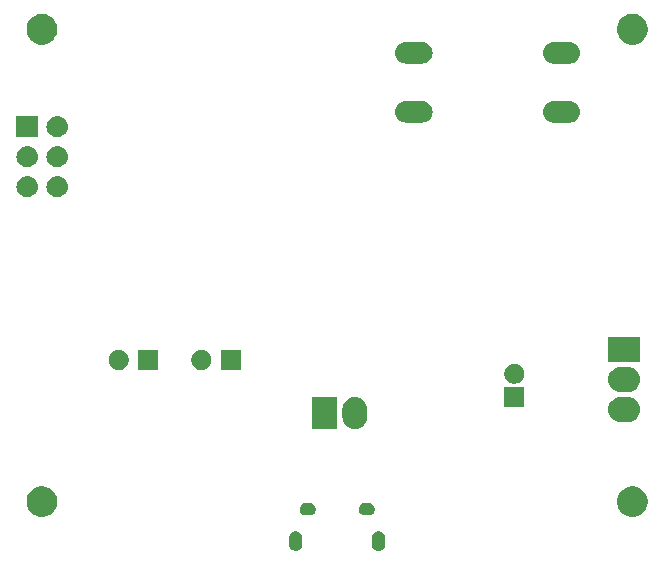
<source format=gbr>
G04 #@! TF.GenerationSoftware,KiCad,Pcbnew,5.0.1*
G04 #@! TF.CreationDate,2018-11-13T22:10:38+00:00*
G04 #@! TF.ProjectId,ESP8266-WS2812B,455350383236362D575332383132422E,rev?*
G04 #@! TF.SameCoordinates,Original*
G04 #@! TF.FileFunction,Soldermask,Bot*
G04 #@! TF.FilePolarity,Negative*
%FSLAX46Y46*%
G04 Gerber Fmt 4.6, Leading zero omitted, Abs format (unit mm)*
G04 Created by KiCad (PCBNEW 5.0.1) date Tue 13 Nov 2018 22:10:38 GMT*
%MOMM*%
%LPD*%
G01*
G04 APERTURE LIST*
%ADD10C,0.100000*%
G04 APERTURE END LIST*
D10*
G36*
X133608014Y-147531973D02*
X133711878Y-147563479D01*
X133807600Y-147614644D01*
X133891501Y-147683499D01*
X133960356Y-147767400D01*
X134011521Y-147863121D01*
X134043027Y-147966985D01*
X134051000Y-148047933D01*
X134051000Y-148652067D01*
X134043027Y-148733015D01*
X134011521Y-148836879D01*
X133960356Y-148932600D01*
X133891501Y-149016501D01*
X133807600Y-149085356D01*
X133711879Y-149136521D01*
X133608015Y-149168027D01*
X133500000Y-149178666D01*
X133391986Y-149168027D01*
X133288122Y-149136521D01*
X133192401Y-149085356D01*
X133108500Y-149016501D01*
X133039645Y-148932600D01*
X132988480Y-148836879D01*
X132956973Y-148733015D01*
X132949000Y-148652067D01*
X132949000Y-148047934D01*
X132956973Y-147966986D01*
X132988479Y-147863122D01*
X133039644Y-147767400D01*
X133108499Y-147683499D01*
X133192400Y-147614644D01*
X133288121Y-147563479D01*
X133391985Y-147531973D01*
X133500000Y-147521334D01*
X133608014Y-147531973D01*
X133608014Y-147531973D01*
G37*
G36*
X126608014Y-147531973D02*
X126711878Y-147563479D01*
X126807600Y-147614644D01*
X126891501Y-147683499D01*
X126960356Y-147767400D01*
X127011521Y-147863121D01*
X127043027Y-147966985D01*
X127051000Y-148047933D01*
X127051000Y-148652067D01*
X127043027Y-148733015D01*
X127011521Y-148836879D01*
X126960356Y-148932600D01*
X126891501Y-149016501D01*
X126807600Y-149085356D01*
X126711879Y-149136521D01*
X126608015Y-149168027D01*
X126500000Y-149178666D01*
X126391986Y-149168027D01*
X126288122Y-149136521D01*
X126192401Y-149085356D01*
X126108500Y-149016501D01*
X126039645Y-148932600D01*
X125988480Y-148836879D01*
X125956973Y-148733015D01*
X125949000Y-148652067D01*
X125949000Y-148047934D01*
X125956973Y-147966986D01*
X125988479Y-147863122D01*
X126039644Y-147767400D01*
X126108499Y-147683499D01*
X126192400Y-147614644D01*
X126288121Y-147563479D01*
X126391985Y-147531973D01*
X126500000Y-147521334D01*
X126608014Y-147531973D01*
X126608014Y-147531973D01*
G37*
G36*
X155379485Y-143748996D02*
X155379487Y-143748997D01*
X155379488Y-143748997D01*
X155616255Y-143847069D01*
X155829342Y-143989449D01*
X156010551Y-144170658D01*
X156152931Y-144383745D01*
X156251004Y-144620515D01*
X156301000Y-144871861D01*
X156301000Y-145128139D01*
X156255605Y-145356356D01*
X156251003Y-145379488D01*
X156181663Y-145546890D01*
X156152931Y-145616255D01*
X156010551Y-145829342D01*
X155829342Y-146010551D01*
X155829339Y-146010553D01*
X155616255Y-146152931D01*
X155379488Y-146251003D01*
X155379487Y-146251003D01*
X155379485Y-146251004D01*
X155128139Y-146301000D01*
X154871861Y-146301000D01*
X154620515Y-146251004D01*
X154620513Y-146251003D01*
X154620512Y-146251003D01*
X154383745Y-146152931D01*
X154170661Y-146010553D01*
X154170658Y-146010551D01*
X153989449Y-145829342D01*
X153847069Y-145616255D01*
X153818337Y-145546890D01*
X153748997Y-145379488D01*
X153744396Y-145356356D01*
X153699000Y-145128139D01*
X153699000Y-144871861D01*
X153748996Y-144620515D01*
X153847069Y-144383745D01*
X153989449Y-144170658D01*
X154170658Y-143989449D01*
X154383745Y-143847069D01*
X154620512Y-143748997D01*
X154620513Y-143748997D01*
X154620515Y-143748996D01*
X154871861Y-143699000D01*
X155128139Y-143699000D01*
X155379485Y-143748996D01*
X155379485Y-143748996D01*
G37*
G36*
X105379485Y-143748996D02*
X105379487Y-143748997D01*
X105379488Y-143748997D01*
X105616255Y-143847069D01*
X105829342Y-143989449D01*
X106010551Y-144170658D01*
X106152931Y-144383745D01*
X106251004Y-144620515D01*
X106301000Y-144871861D01*
X106301000Y-145128139D01*
X106255605Y-145356356D01*
X106251003Y-145379488D01*
X106181663Y-145546890D01*
X106152931Y-145616255D01*
X106010551Y-145829342D01*
X105829342Y-146010551D01*
X105829339Y-146010553D01*
X105616255Y-146152931D01*
X105379488Y-146251003D01*
X105379487Y-146251003D01*
X105379485Y-146251004D01*
X105128139Y-146301000D01*
X104871861Y-146301000D01*
X104620515Y-146251004D01*
X104620513Y-146251003D01*
X104620512Y-146251003D01*
X104383745Y-146152931D01*
X104170661Y-146010553D01*
X104170658Y-146010551D01*
X103989449Y-145829342D01*
X103847069Y-145616255D01*
X103818337Y-145546890D01*
X103748997Y-145379488D01*
X103744396Y-145356356D01*
X103699000Y-145128139D01*
X103699000Y-144871861D01*
X103748996Y-144620515D01*
X103847069Y-144383745D01*
X103989449Y-144170658D01*
X104170658Y-143989449D01*
X104383745Y-143847069D01*
X104620512Y-143748997D01*
X104620513Y-143748997D01*
X104620515Y-143748996D01*
X104871861Y-143699000D01*
X105128139Y-143699000D01*
X105379485Y-143748996D01*
X105379485Y-143748996D01*
G37*
G36*
X127753114Y-145131611D02*
X127852265Y-145161688D01*
X127943644Y-145210531D01*
X128023738Y-145276262D01*
X128089469Y-145356356D01*
X128138312Y-145447735D01*
X128168389Y-145546886D01*
X128178545Y-145650000D01*
X128168389Y-145753114D01*
X128138312Y-145852265D01*
X128089469Y-145943644D01*
X128023738Y-146023738D01*
X127943644Y-146089469D01*
X127852265Y-146138312D01*
X127753114Y-146168389D01*
X127675839Y-146176000D01*
X127324161Y-146176000D01*
X127246886Y-146168389D01*
X127147735Y-146138312D01*
X127056356Y-146089469D01*
X126976262Y-146023738D01*
X126910531Y-145943644D01*
X126861688Y-145852265D01*
X126831611Y-145753114D01*
X126821455Y-145650000D01*
X126831611Y-145546886D01*
X126861688Y-145447735D01*
X126910531Y-145356356D01*
X126976262Y-145276262D01*
X127056356Y-145210531D01*
X127147735Y-145161688D01*
X127246886Y-145131611D01*
X127324161Y-145124000D01*
X127675839Y-145124000D01*
X127753114Y-145131611D01*
X127753114Y-145131611D01*
G37*
G36*
X132753114Y-145131611D02*
X132852265Y-145161688D01*
X132943644Y-145210531D01*
X133023738Y-145276262D01*
X133089469Y-145356356D01*
X133138312Y-145447735D01*
X133168389Y-145546886D01*
X133178545Y-145650000D01*
X133168389Y-145753114D01*
X133138312Y-145852265D01*
X133089469Y-145943644D01*
X133023738Y-146023738D01*
X132943644Y-146089469D01*
X132852265Y-146138312D01*
X132753114Y-146168389D01*
X132675839Y-146176000D01*
X132324161Y-146176000D01*
X132246886Y-146168389D01*
X132147735Y-146138312D01*
X132056356Y-146089469D01*
X131976262Y-146023738D01*
X131910531Y-145943644D01*
X131861688Y-145852265D01*
X131831611Y-145753114D01*
X131821455Y-145650000D01*
X131831611Y-145546886D01*
X131861688Y-145447735D01*
X131910531Y-145356356D01*
X131976262Y-145276262D01*
X132056356Y-145210531D01*
X132147735Y-145161688D01*
X132246886Y-145131611D01*
X132324161Y-145124000D01*
X132675839Y-145124000D01*
X132753114Y-145131611D01*
X132753114Y-145131611D01*
G37*
G36*
X131706031Y-136164207D02*
X131904145Y-136224305D01*
X132086729Y-136321897D01*
X132246765Y-136453235D01*
X132246766Y-136453237D01*
X132246768Y-136453238D01*
X132325568Y-136549257D01*
X132378103Y-136613271D01*
X132475695Y-136795854D01*
X132535793Y-136993968D01*
X132551000Y-137148370D01*
X132551000Y-137851629D01*
X132535793Y-138006031D01*
X132516357Y-138070101D01*
X132475695Y-138204147D01*
X132454927Y-138243000D01*
X132378103Y-138386729D01*
X132246765Y-138546765D01*
X132086729Y-138678103D01*
X131904146Y-138775695D01*
X131706032Y-138835793D01*
X131500000Y-138856085D01*
X131293969Y-138835793D01*
X131095855Y-138775695D01*
X130913272Y-138678103D01*
X130753236Y-138546765D01*
X130621899Y-138386731D01*
X130524306Y-138204148D01*
X130504273Y-138138108D01*
X130464207Y-138006032D01*
X130449000Y-137851630D01*
X130449000Y-137148371D01*
X130464207Y-136993969D01*
X130524305Y-136795855D01*
X130621897Y-136613271D01*
X130753235Y-136453235D01*
X130753237Y-136453234D01*
X130753238Y-136453232D01*
X130913269Y-136321899D01*
X130913271Y-136321897D01*
X131095854Y-136224305D01*
X131293968Y-136164207D01*
X131500000Y-136143915D01*
X131706031Y-136164207D01*
X131706031Y-136164207D01*
G37*
G36*
X130011000Y-138851000D02*
X127909000Y-138851000D01*
X127909000Y-136149000D01*
X130011000Y-136149000D01*
X130011000Y-138851000D01*
X130011000Y-138851000D01*
G37*
G36*
X154686227Y-136143915D02*
X154811032Y-136156207D01*
X155009146Y-136216305D01*
X155191729Y-136313897D01*
X155351765Y-136445235D01*
X155483103Y-136605271D01*
X155580695Y-136787854D01*
X155640793Y-136985968D01*
X155661085Y-137192000D01*
X155640793Y-137398032D01*
X155580695Y-137596146D01*
X155483103Y-137778729D01*
X155351765Y-137938765D01*
X155191729Y-138070103D01*
X155009146Y-138167695D01*
X154811032Y-138227793D01*
X154687510Y-138239959D01*
X154656631Y-138243000D01*
X153953369Y-138243000D01*
X153922490Y-138239959D01*
X153798968Y-138227793D01*
X153600854Y-138167695D01*
X153418271Y-138070103D01*
X153258235Y-137938765D01*
X153126897Y-137778729D01*
X153029305Y-137596146D01*
X152969207Y-137398032D01*
X152948915Y-137192000D01*
X152969207Y-136985968D01*
X153029305Y-136787854D01*
X153126897Y-136605271D01*
X153258235Y-136445235D01*
X153418271Y-136313897D01*
X153600854Y-136216305D01*
X153798968Y-136156207D01*
X153923773Y-136143915D01*
X153953369Y-136141000D01*
X154656631Y-136141000D01*
X154686227Y-136143915D01*
X154686227Y-136143915D01*
G37*
G36*
X145851000Y-137027000D02*
X144149000Y-137027000D01*
X144149000Y-135325000D01*
X145851000Y-135325000D01*
X145851000Y-137027000D01*
X145851000Y-137027000D01*
G37*
G36*
X154687510Y-133604041D02*
X154811032Y-133616207D01*
X155009146Y-133676305D01*
X155191729Y-133773897D01*
X155351765Y-133905235D01*
X155483103Y-134065271D01*
X155580695Y-134247854D01*
X155640793Y-134445968D01*
X155661085Y-134652000D01*
X155640793Y-134858032D01*
X155580695Y-135056146D01*
X155483103Y-135238729D01*
X155351765Y-135398765D01*
X155191729Y-135530103D01*
X155009146Y-135627695D01*
X154811032Y-135687793D01*
X154687510Y-135699959D01*
X154656631Y-135703000D01*
X153953369Y-135703000D01*
X153922490Y-135699959D01*
X153798968Y-135687793D01*
X153600854Y-135627695D01*
X153418271Y-135530103D01*
X153258235Y-135398765D01*
X153126897Y-135238729D01*
X153029305Y-135056146D01*
X152969207Y-134858032D01*
X152948915Y-134652000D01*
X152969207Y-134445968D01*
X153029305Y-134247854D01*
X153126897Y-134065271D01*
X153258235Y-133905235D01*
X153418271Y-133773897D01*
X153600854Y-133676305D01*
X153798968Y-133616207D01*
X153922490Y-133604041D01*
X153953369Y-133601000D01*
X154656631Y-133601000D01*
X154687510Y-133604041D01*
X154687510Y-133604041D01*
G37*
G36*
X145248228Y-133357703D02*
X145403100Y-133421853D01*
X145542481Y-133514985D01*
X145661015Y-133633519D01*
X145754147Y-133772900D01*
X145818297Y-133927772D01*
X145851000Y-134092184D01*
X145851000Y-134259816D01*
X145818297Y-134424228D01*
X145754147Y-134579100D01*
X145661015Y-134718481D01*
X145542481Y-134837015D01*
X145403100Y-134930147D01*
X145248228Y-134994297D01*
X145083816Y-135027000D01*
X144916184Y-135027000D01*
X144751772Y-134994297D01*
X144596900Y-134930147D01*
X144457519Y-134837015D01*
X144338985Y-134718481D01*
X144245853Y-134579100D01*
X144181703Y-134424228D01*
X144149000Y-134259816D01*
X144149000Y-134092184D01*
X144181703Y-133927772D01*
X144245853Y-133772900D01*
X144338985Y-133633519D01*
X144457519Y-133514985D01*
X144596900Y-133421853D01*
X144751772Y-133357703D01*
X144916184Y-133325000D01*
X145083816Y-133325000D01*
X145248228Y-133357703D01*
X145248228Y-133357703D01*
G37*
G36*
X114851000Y-133851000D02*
X113149000Y-133851000D01*
X113149000Y-132149000D01*
X114851000Y-132149000D01*
X114851000Y-133851000D01*
X114851000Y-133851000D01*
G37*
G36*
X111748228Y-132181703D02*
X111903100Y-132245853D01*
X112042481Y-132338985D01*
X112161015Y-132457519D01*
X112254147Y-132596900D01*
X112318297Y-132751772D01*
X112351000Y-132916184D01*
X112351000Y-133083816D01*
X112318297Y-133248228D01*
X112254147Y-133403100D01*
X112161015Y-133542481D01*
X112042481Y-133661015D01*
X111903100Y-133754147D01*
X111748228Y-133818297D01*
X111583816Y-133851000D01*
X111416184Y-133851000D01*
X111251772Y-133818297D01*
X111096900Y-133754147D01*
X110957519Y-133661015D01*
X110838985Y-133542481D01*
X110745853Y-133403100D01*
X110681703Y-133248228D01*
X110649000Y-133083816D01*
X110649000Y-132916184D01*
X110681703Y-132751772D01*
X110745853Y-132596900D01*
X110838985Y-132457519D01*
X110957519Y-132338985D01*
X111096900Y-132245853D01*
X111251772Y-132181703D01*
X111416184Y-132149000D01*
X111583816Y-132149000D01*
X111748228Y-132181703D01*
X111748228Y-132181703D01*
G37*
G36*
X121851000Y-133851000D02*
X120149000Y-133851000D01*
X120149000Y-132149000D01*
X121851000Y-132149000D01*
X121851000Y-133851000D01*
X121851000Y-133851000D01*
G37*
G36*
X118748228Y-132181703D02*
X118903100Y-132245853D01*
X119042481Y-132338985D01*
X119161015Y-132457519D01*
X119254147Y-132596900D01*
X119318297Y-132751772D01*
X119351000Y-132916184D01*
X119351000Y-133083816D01*
X119318297Y-133248228D01*
X119254147Y-133403100D01*
X119161015Y-133542481D01*
X119042481Y-133661015D01*
X118903100Y-133754147D01*
X118748228Y-133818297D01*
X118583816Y-133851000D01*
X118416184Y-133851000D01*
X118251772Y-133818297D01*
X118096900Y-133754147D01*
X117957519Y-133661015D01*
X117838985Y-133542481D01*
X117745853Y-133403100D01*
X117681703Y-133248228D01*
X117649000Y-133083816D01*
X117649000Y-132916184D01*
X117681703Y-132751772D01*
X117745853Y-132596900D01*
X117838985Y-132457519D01*
X117957519Y-132338985D01*
X118096900Y-132245853D01*
X118251772Y-132181703D01*
X118416184Y-132149000D01*
X118583816Y-132149000D01*
X118748228Y-132181703D01*
X118748228Y-132181703D01*
G37*
G36*
X155656000Y-133163000D02*
X152954000Y-133163000D01*
X152954000Y-131061000D01*
X155656000Y-131061000D01*
X155656000Y-133163000D01*
X155656000Y-133163000D01*
G37*
G36*
X106400442Y-117435518D02*
X106466627Y-117442037D01*
X106579853Y-117476384D01*
X106636467Y-117493557D01*
X106775087Y-117567652D01*
X106792991Y-117577222D01*
X106828729Y-117606552D01*
X106930186Y-117689814D01*
X107013448Y-117791271D01*
X107042778Y-117827009D01*
X107042779Y-117827011D01*
X107126443Y-117983533D01*
X107126443Y-117983534D01*
X107177963Y-118153373D01*
X107195359Y-118330000D01*
X107177963Y-118506627D01*
X107143616Y-118619853D01*
X107126443Y-118676467D01*
X107052348Y-118815087D01*
X107042778Y-118832991D01*
X107013448Y-118868729D01*
X106930186Y-118970186D01*
X106828729Y-119053448D01*
X106792991Y-119082778D01*
X106792989Y-119082779D01*
X106636467Y-119166443D01*
X106579853Y-119183616D01*
X106466627Y-119217963D01*
X106400442Y-119224482D01*
X106334260Y-119231000D01*
X106245740Y-119231000D01*
X106179558Y-119224482D01*
X106113373Y-119217963D01*
X106000147Y-119183616D01*
X105943533Y-119166443D01*
X105787011Y-119082779D01*
X105787009Y-119082778D01*
X105751271Y-119053448D01*
X105649814Y-118970186D01*
X105566552Y-118868729D01*
X105537222Y-118832991D01*
X105527652Y-118815087D01*
X105453557Y-118676467D01*
X105436384Y-118619853D01*
X105402037Y-118506627D01*
X105384641Y-118330000D01*
X105402037Y-118153373D01*
X105453557Y-117983534D01*
X105453557Y-117983533D01*
X105537221Y-117827011D01*
X105537222Y-117827009D01*
X105566552Y-117791271D01*
X105649814Y-117689814D01*
X105751271Y-117606552D01*
X105787009Y-117577222D01*
X105804913Y-117567652D01*
X105943533Y-117493557D01*
X106000147Y-117476384D01*
X106113373Y-117442037D01*
X106179558Y-117435518D01*
X106245740Y-117429000D01*
X106334260Y-117429000D01*
X106400442Y-117435518D01*
X106400442Y-117435518D01*
G37*
G36*
X103860442Y-117435518D02*
X103926627Y-117442037D01*
X104039853Y-117476384D01*
X104096467Y-117493557D01*
X104235087Y-117567652D01*
X104252991Y-117577222D01*
X104288729Y-117606552D01*
X104390186Y-117689814D01*
X104473448Y-117791271D01*
X104502778Y-117827009D01*
X104502779Y-117827011D01*
X104586443Y-117983533D01*
X104586443Y-117983534D01*
X104637963Y-118153373D01*
X104655359Y-118330000D01*
X104637963Y-118506627D01*
X104603616Y-118619853D01*
X104586443Y-118676467D01*
X104512348Y-118815087D01*
X104502778Y-118832991D01*
X104473448Y-118868729D01*
X104390186Y-118970186D01*
X104288729Y-119053448D01*
X104252991Y-119082778D01*
X104252989Y-119082779D01*
X104096467Y-119166443D01*
X104039853Y-119183616D01*
X103926627Y-119217963D01*
X103860442Y-119224482D01*
X103794260Y-119231000D01*
X103705740Y-119231000D01*
X103639558Y-119224482D01*
X103573373Y-119217963D01*
X103460147Y-119183616D01*
X103403533Y-119166443D01*
X103247011Y-119082779D01*
X103247009Y-119082778D01*
X103211271Y-119053448D01*
X103109814Y-118970186D01*
X103026552Y-118868729D01*
X102997222Y-118832991D01*
X102987652Y-118815087D01*
X102913557Y-118676467D01*
X102896384Y-118619853D01*
X102862037Y-118506627D01*
X102844641Y-118330000D01*
X102862037Y-118153373D01*
X102913557Y-117983534D01*
X102913557Y-117983533D01*
X102997221Y-117827011D01*
X102997222Y-117827009D01*
X103026552Y-117791271D01*
X103109814Y-117689814D01*
X103211271Y-117606552D01*
X103247009Y-117577222D01*
X103264913Y-117567652D01*
X103403533Y-117493557D01*
X103460147Y-117476384D01*
X103573373Y-117442037D01*
X103639558Y-117435518D01*
X103705740Y-117429000D01*
X103794260Y-117429000D01*
X103860442Y-117435518D01*
X103860442Y-117435518D01*
G37*
G36*
X106400443Y-114895519D02*
X106466627Y-114902037D01*
X106579853Y-114936384D01*
X106636467Y-114953557D01*
X106775087Y-115027652D01*
X106792991Y-115037222D01*
X106828729Y-115066552D01*
X106930186Y-115149814D01*
X107013448Y-115251271D01*
X107042778Y-115287009D01*
X107042779Y-115287011D01*
X107126443Y-115443533D01*
X107126443Y-115443534D01*
X107177963Y-115613373D01*
X107195359Y-115790000D01*
X107177963Y-115966627D01*
X107143616Y-116079853D01*
X107126443Y-116136467D01*
X107052348Y-116275087D01*
X107042778Y-116292991D01*
X107013448Y-116328729D01*
X106930186Y-116430186D01*
X106828729Y-116513448D01*
X106792991Y-116542778D01*
X106792989Y-116542779D01*
X106636467Y-116626443D01*
X106579853Y-116643616D01*
X106466627Y-116677963D01*
X106400443Y-116684481D01*
X106334260Y-116691000D01*
X106245740Y-116691000D01*
X106179557Y-116684481D01*
X106113373Y-116677963D01*
X106000147Y-116643616D01*
X105943533Y-116626443D01*
X105787011Y-116542779D01*
X105787009Y-116542778D01*
X105751271Y-116513448D01*
X105649814Y-116430186D01*
X105566552Y-116328729D01*
X105537222Y-116292991D01*
X105527652Y-116275087D01*
X105453557Y-116136467D01*
X105436384Y-116079853D01*
X105402037Y-115966627D01*
X105384641Y-115790000D01*
X105402037Y-115613373D01*
X105453557Y-115443534D01*
X105453557Y-115443533D01*
X105537221Y-115287011D01*
X105537222Y-115287009D01*
X105566552Y-115251271D01*
X105649814Y-115149814D01*
X105751271Y-115066552D01*
X105787009Y-115037222D01*
X105804913Y-115027652D01*
X105943533Y-114953557D01*
X106000147Y-114936384D01*
X106113373Y-114902037D01*
X106179557Y-114895519D01*
X106245740Y-114889000D01*
X106334260Y-114889000D01*
X106400443Y-114895519D01*
X106400443Y-114895519D01*
G37*
G36*
X103860443Y-114895519D02*
X103926627Y-114902037D01*
X104039853Y-114936384D01*
X104096467Y-114953557D01*
X104235087Y-115027652D01*
X104252991Y-115037222D01*
X104288729Y-115066552D01*
X104390186Y-115149814D01*
X104473448Y-115251271D01*
X104502778Y-115287009D01*
X104502779Y-115287011D01*
X104586443Y-115443533D01*
X104586443Y-115443534D01*
X104637963Y-115613373D01*
X104655359Y-115790000D01*
X104637963Y-115966627D01*
X104603616Y-116079853D01*
X104586443Y-116136467D01*
X104512348Y-116275087D01*
X104502778Y-116292991D01*
X104473448Y-116328729D01*
X104390186Y-116430186D01*
X104288729Y-116513448D01*
X104252991Y-116542778D01*
X104252989Y-116542779D01*
X104096467Y-116626443D01*
X104039853Y-116643616D01*
X103926627Y-116677963D01*
X103860443Y-116684481D01*
X103794260Y-116691000D01*
X103705740Y-116691000D01*
X103639557Y-116684481D01*
X103573373Y-116677963D01*
X103460147Y-116643616D01*
X103403533Y-116626443D01*
X103247011Y-116542779D01*
X103247009Y-116542778D01*
X103211271Y-116513448D01*
X103109814Y-116430186D01*
X103026552Y-116328729D01*
X102997222Y-116292991D01*
X102987652Y-116275087D01*
X102913557Y-116136467D01*
X102896384Y-116079853D01*
X102862037Y-115966627D01*
X102844641Y-115790000D01*
X102862037Y-115613373D01*
X102913557Y-115443534D01*
X102913557Y-115443533D01*
X102997221Y-115287011D01*
X102997222Y-115287009D01*
X103026552Y-115251271D01*
X103109814Y-115149814D01*
X103211271Y-115066552D01*
X103247009Y-115037222D01*
X103264913Y-115027652D01*
X103403533Y-114953557D01*
X103460147Y-114936384D01*
X103573373Y-114902037D01*
X103639557Y-114895519D01*
X103705740Y-114889000D01*
X103794260Y-114889000D01*
X103860443Y-114895519D01*
X103860443Y-114895519D01*
G37*
G36*
X106400442Y-112355518D02*
X106466627Y-112362037D01*
X106579853Y-112396384D01*
X106636467Y-112413557D01*
X106775087Y-112487652D01*
X106792991Y-112497222D01*
X106828729Y-112526552D01*
X106930186Y-112609814D01*
X107013448Y-112711271D01*
X107042778Y-112747009D01*
X107042779Y-112747011D01*
X107126443Y-112903533D01*
X107126443Y-112903534D01*
X107177963Y-113073373D01*
X107195359Y-113250000D01*
X107177963Y-113426627D01*
X107143616Y-113539853D01*
X107126443Y-113596467D01*
X107052348Y-113735087D01*
X107042778Y-113752991D01*
X107013448Y-113788729D01*
X106930186Y-113890186D01*
X106828729Y-113973448D01*
X106792991Y-114002778D01*
X106792989Y-114002779D01*
X106636467Y-114086443D01*
X106579853Y-114103616D01*
X106466627Y-114137963D01*
X106400442Y-114144482D01*
X106334260Y-114151000D01*
X106245740Y-114151000D01*
X106179558Y-114144482D01*
X106113373Y-114137963D01*
X106000147Y-114103616D01*
X105943533Y-114086443D01*
X105787011Y-114002779D01*
X105787009Y-114002778D01*
X105751271Y-113973448D01*
X105649814Y-113890186D01*
X105566552Y-113788729D01*
X105537222Y-113752991D01*
X105527652Y-113735087D01*
X105453557Y-113596467D01*
X105436384Y-113539853D01*
X105402037Y-113426627D01*
X105384641Y-113250000D01*
X105402037Y-113073373D01*
X105453557Y-112903534D01*
X105453557Y-112903533D01*
X105537221Y-112747011D01*
X105537222Y-112747009D01*
X105566552Y-112711271D01*
X105649814Y-112609814D01*
X105751271Y-112526552D01*
X105787009Y-112497222D01*
X105804913Y-112487652D01*
X105943533Y-112413557D01*
X106000147Y-112396384D01*
X106113373Y-112362037D01*
X106179558Y-112355518D01*
X106245740Y-112349000D01*
X106334260Y-112349000D01*
X106400442Y-112355518D01*
X106400442Y-112355518D01*
G37*
G36*
X104651000Y-114151000D02*
X102849000Y-114151000D01*
X102849000Y-112349000D01*
X104651000Y-112349000D01*
X104651000Y-114151000D01*
X104651000Y-114151000D01*
G37*
G36*
X149839694Y-111098633D02*
X150012094Y-111150931D01*
X150012096Y-111150932D01*
X150170983Y-111235859D01*
X150170985Y-111235860D01*
X150170984Y-111235860D01*
X150310249Y-111350151D01*
X150424540Y-111489416D01*
X150509469Y-111648306D01*
X150561767Y-111820706D01*
X150579425Y-112000000D01*
X150561767Y-112179294D01*
X150510286Y-112349000D01*
X150509468Y-112351696D01*
X150424541Y-112510583D01*
X150310249Y-112649849D01*
X150170983Y-112764141D01*
X150012096Y-112849068D01*
X150012094Y-112849069D01*
X149839694Y-112901367D01*
X149705331Y-112914600D01*
X148294669Y-112914600D01*
X148160306Y-112901367D01*
X147987906Y-112849069D01*
X147987904Y-112849068D01*
X147829017Y-112764141D01*
X147689751Y-112649849D01*
X147575459Y-112510583D01*
X147490532Y-112351696D01*
X147489714Y-112349000D01*
X147438233Y-112179294D01*
X147420575Y-112000000D01*
X147438233Y-111820706D01*
X147490531Y-111648306D01*
X147575460Y-111489416D01*
X147689751Y-111350151D01*
X147829016Y-111235860D01*
X147829015Y-111235860D01*
X147829017Y-111235859D01*
X147987904Y-111150932D01*
X147987906Y-111150931D01*
X148160306Y-111098633D01*
X148294669Y-111085400D01*
X149705331Y-111085400D01*
X149839694Y-111098633D01*
X149839694Y-111098633D01*
G37*
G36*
X137339694Y-111098633D02*
X137512094Y-111150931D01*
X137512096Y-111150932D01*
X137670983Y-111235859D01*
X137670985Y-111235860D01*
X137670984Y-111235860D01*
X137810249Y-111350151D01*
X137924540Y-111489416D01*
X138009469Y-111648306D01*
X138061767Y-111820706D01*
X138079425Y-112000000D01*
X138061767Y-112179294D01*
X138010286Y-112349000D01*
X138009468Y-112351696D01*
X137924541Y-112510583D01*
X137810249Y-112649849D01*
X137670983Y-112764141D01*
X137512096Y-112849068D01*
X137512094Y-112849069D01*
X137339694Y-112901367D01*
X137205331Y-112914600D01*
X135794669Y-112914600D01*
X135660306Y-112901367D01*
X135487906Y-112849069D01*
X135487904Y-112849068D01*
X135329017Y-112764141D01*
X135189751Y-112649849D01*
X135075459Y-112510583D01*
X134990532Y-112351696D01*
X134989714Y-112349000D01*
X134938233Y-112179294D01*
X134920575Y-112000000D01*
X134938233Y-111820706D01*
X134990531Y-111648306D01*
X135075460Y-111489416D01*
X135189751Y-111350151D01*
X135329016Y-111235860D01*
X135329015Y-111235860D01*
X135329017Y-111235859D01*
X135487904Y-111150932D01*
X135487906Y-111150931D01*
X135660306Y-111098633D01*
X135794669Y-111085400D01*
X137205331Y-111085400D01*
X137339694Y-111098633D01*
X137339694Y-111098633D01*
G37*
G36*
X149839694Y-106098633D02*
X150012094Y-106150931D01*
X150012096Y-106150932D01*
X150170983Y-106235859D01*
X150170985Y-106235860D01*
X150170984Y-106235860D01*
X150310249Y-106350151D01*
X150424540Y-106489416D01*
X150509469Y-106648306D01*
X150561767Y-106820706D01*
X150579425Y-107000000D01*
X150561767Y-107179294D01*
X150509469Y-107351694D01*
X150509468Y-107351696D01*
X150424541Y-107510583D01*
X150310249Y-107649849D01*
X150170983Y-107764141D01*
X150012096Y-107849068D01*
X150012094Y-107849069D01*
X149839694Y-107901367D01*
X149705331Y-107914600D01*
X148294669Y-107914600D01*
X148160306Y-107901367D01*
X147987906Y-107849069D01*
X147987904Y-107849068D01*
X147829017Y-107764141D01*
X147689751Y-107649849D01*
X147575459Y-107510583D01*
X147490532Y-107351696D01*
X147490531Y-107351694D01*
X147438233Y-107179294D01*
X147420575Y-107000000D01*
X147438233Y-106820706D01*
X147490531Y-106648306D01*
X147575460Y-106489416D01*
X147689751Y-106350151D01*
X147829016Y-106235860D01*
X147829015Y-106235860D01*
X147829017Y-106235859D01*
X147987904Y-106150932D01*
X147987906Y-106150931D01*
X148160306Y-106098633D01*
X148294669Y-106085400D01*
X149705331Y-106085400D01*
X149839694Y-106098633D01*
X149839694Y-106098633D01*
G37*
G36*
X137339694Y-106098633D02*
X137512094Y-106150931D01*
X137512096Y-106150932D01*
X137670983Y-106235859D01*
X137670985Y-106235860D01*
X137670984Y-106235860D01*
X137810249Y-106350151D01*
X137924540Y-106489416D01*
X138009469Y-106648306D01*
X138061767Y-106820706D01*
X138079425Y-107000000D01*
X138061767Y-107179294D01*
X138009469Y-107351694D01*
X138009468Y-107351696D01*
X137924541Y-107510583D01*
X137810249Y-107649849D01*
X137670983Y-107764141D01*
X137512096Y-107849068D01*
X137512094Y-107849069D01*
X137339694Y-107901367D01*
X137205331Y-107914600D01*
X135794669Y-107914600D01*
X135660306Y-107901367D01*
X135487906Y-107849069D01*
X135487904Y-107849068D01*
X135329017Y-107764141D01*
X135189751Y-107649849D01*
X135075459Y-107510583D01*
X134990532Y-107351696D01*
X134990531Y-107351694D01*
X134938233Y-107179294D01*
X134920575Y-107000000D01*
X134938233Y-106820706D01*
X134990531Y-106648306D01*
X135075460Y-106489416D01*
X135189751Y-106350151D01*
X135329016Y-106235860D01*
X135329015Y-106235860D01*
X135329017Y-106235859D01*
X135487904Y-106150932D01*
X135487906Y-106150931D01*
X135660306Y-106098633D01*
X135794669Y-106085400D01*
X137205331Y-106085400D01*
X137339694Y-106098633D01*
X137339694Y-106098633D01*
G37*
G36*
X105379485Y-103748996D02*
X105379487Y-103748997D01*
X105379488Y-103748997D01*
X105616255Y-103847069D01*
X105829342Y-103989449D01*
X106010551Y-104170658D01*
X106152931Y-104383745D01*
X106251004Y-104620515D01*
X106301000Y-104871861D01*
X106301000Y-105128139D01*
X106251004Y-105379485D01*
X106152931Y-105616255D01*
X106010551Y-105829342D01*
X105829342Y-106010551D01*
X105829339Y-106010553D01*
X105616255Y-106152931D01*
X105379488Y-106251003D01*
X105379487Y-106251003D01*
X105379485Y-106251004D01*
X105128139Y-106301000D01*
X104871861Y-106301000D01*
X104620515Y-106251004D01*
X104620513Y-106251003D01*
X104620512Y-106251003D01*
X104383745Y-106152931D01*
X104170661Y-106010553D01*
X104170658Y-106010551D01*
X103989449Y-105829342D01*
X103847069Y-105616255D01*
X103748996Y-105379485D01*
X103699000Y-105128139D01*
X103699000Y-104871861D01*
X103748996Y-104620515D01*
X103847069Y-104383745D01*
X103989449Y-104170658D01*
X104170658Y-103989449D01*
X104383745Y-103847069D01*
X104620512Y-103748997D01*
X104620513Y-103748997D01*
X104620515Y-103748996D01*
X104871861Y-103699000D01*
X105128139Y-103699000D01*
X105379485Y-103748996D01*
X105379485Y-103748996D01*
G37*
G36*
X155379485Y-103748996D02*
X155379487Y-103748997D01*
X155379488Y-103748997D01*
X155616255Y-103847069D01*
X155829342Y-103989449D01*
X156010551Y-104170658D01*
X156152931Y-104383745D01*
X156251004Y-104620515D01*
X156301000Y-104871861D01*
X156301000Y-105128139D01*
X156251004Y-105379485D01*
X156152931Y-105616255D01*
X156010551Y-105829342D01*
X155829342Y-106010551D01*
X155829339Y-106010553D01*
X155616255Y-106152931D01*
X155379488Y-106251003D01*
X155379487Y-106251003D01*
X155379485Y-106251004D01*
X155128139Y-106301000D01*
X154871861Y-106301000D01*
X154620515Y-106251004D01*
X154620513Y-106251003D01*
X154620512Y-106251003D01*
X154383745Y-106152931D01*
X154170661Y-106010553D01*
X154170658Y-106010551D01*
X153989449Y-105829342D01*
X153847069Y-105616255D01*
X153748996Y-105379485D01*
X153699000Y-105128139D01*
X153699000Y-104871861D01*
X153748996Y-104620515D01*
X153847069Y-104383745D01*
X153989449Y-104170658D01*
X154170658Y-103989449D01*
X154383745Y-103847069D01*
X154620512Y-103748997D01*
X154620513Y-103748997D01*
X154620515Y-103748996D01*
X154871861Y-103699000D01*
X155128139Y-103699000D01*
X155379485Y-103748996D01*
X155379485Y-103748996D01*
G37*
M02*

</source>
